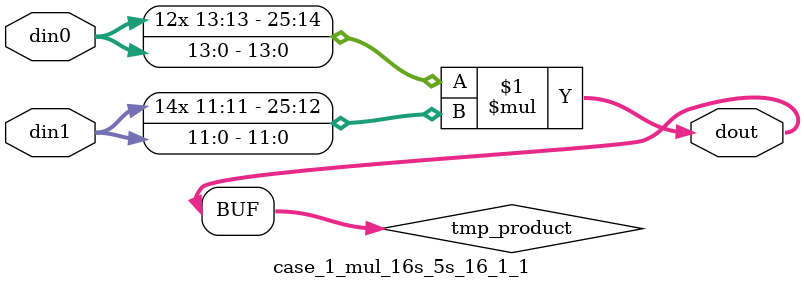
<source format=v>

`timescale 1 ns / 1 ps

 module case_1_mul_16s_5s_16_1_1(din0, din1, dout);
parameter ID = 1;
parameter NUM_STAGE = 0;
parameter din0_WIDTH = 14;
parameter din1_WIDTH = 12;
parameter dout_WIDTH = 26;

input [din0_WIDTH - 1 : 0] din0; 
input [din1_WIDTH - 1 : 0] din1; 
output [dout_WIDTH - 1 : 0] dout;

wire signed [dout_WIDTH - 1 : 0] tmp_product;



























assign tmp_product = $signed(din0) * $signed(din1);








assign dout = tmp_product;





















endmodule

</source>
